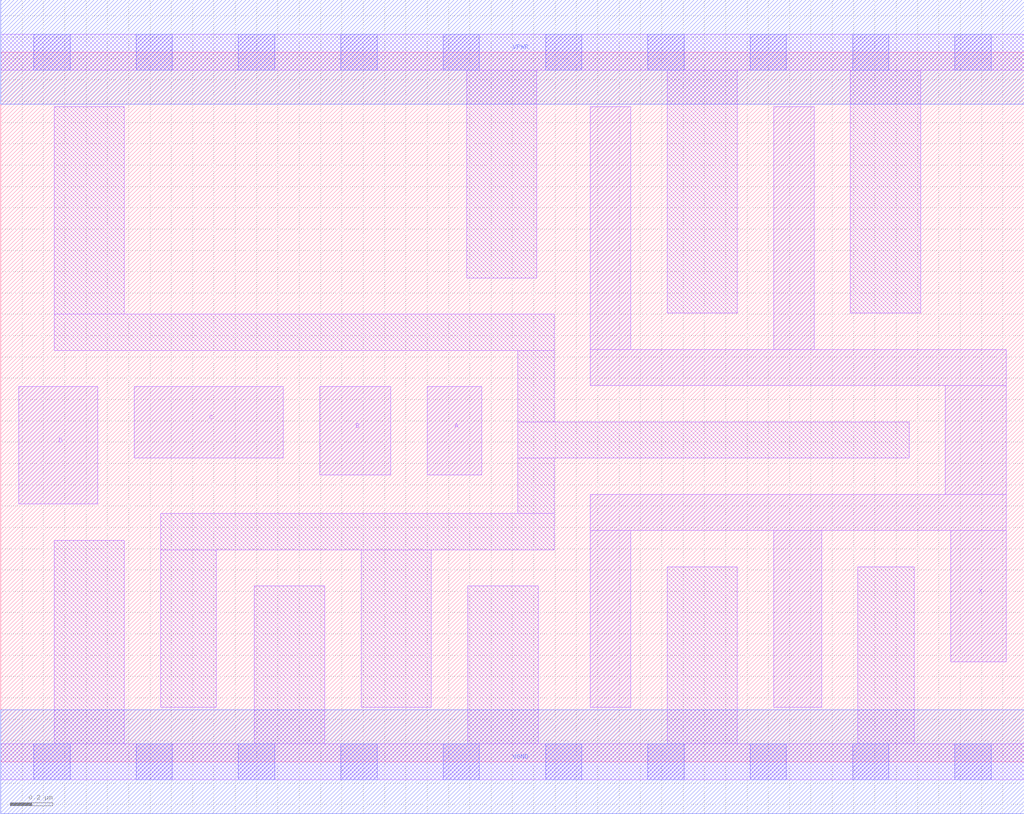
<source format=lef>
# Copyright 2020 The SkyWater PDK Authors
#
# Licensed under the Apache License, Version 2.0 (the "License");
# you may not use this file except in compliance with the License.
# You may obtain a copy of the License at
#
#     https://www.apache.org/licenses/LICENSE-2.0
#
# Unless required by applicable law or agreed to in writing, software
# distributed under the License is distributed on an "AS IS" BASIS,
# WITHOUT WARRANTIES OR CONDITIONS OF ANY KIND, either express or implied.
# See the License for the specific language governing permissions and
# limitations under the License.
#
# SPDX-License-Identifier: Apache-2.0

VERSION 5.7 ;
  NOWIREEXTENSIONATPIN ON ;
  DIVIDERCHAR "/" ;
  BUSBITCHARS "[]" ;
UNITS
  DATABASE MICRONS 200 ;
END UNITS
MACRO sky130_fd_sc_lp__or4_4
  CLASS CORE ;
  FOREIGN sky130_fd_sc_lp__or4_4 ;
  ORIGIN  0.000000  0.000000 ;
  SIZE  4.800000 BY  3.330000 ;
  SYMMETRY X Y R90 ;
  SITE unit ;
  PIN A
    ANTENNAGATEAREA  0.315000 ;
    DIRECTION INPUT ;
    USE SIGNAL ;
    PORT
      LAYER li1 ;
        RECT 2.000000 1.345000 2.255000 1.760000 ;
    END
  END A
  PIN B
    ANTENNAGATEAREA  0.315000 ;
    DIRECTION INPUT ;
    USE SIGNAL ;
    PORT
      LAYER li1 ;
        RECT 1.495000 1.345000 1.830000 1.760000 ;
    END
  END B
  PIN C
    ANTENNAGATEAREA  0.315000 ;
    DIRECTION INPUT ;
    USE SIGNAL ;
    PORT
      LAYER li1 ;
        RECT 0.625000 1.425000 1.325000 1.760000 ;
    END
  END C
  PIN D
    ANTENNAGATEAREA  0.315000 ;
    DIRECTION INPUT ;
    USE SIGNAL ;
    PORT
      LAYER li1 ;
        RECT 0.085000 1.210000 0.455000 1.760000 ;
    END
  END D
  PIN X
    ANTENNADIFFAREA  1.176000 ;
    DIRECTION OUTPUT ;
    USE SIGNAL ;
    PORT
      LAYER li1 ;
        RECT 2.765000 0.255000 2.955000 1.085000 ;
        RECT 2.765000 1.085000 4.715000 1.255000 ;
        RECT 2.765000 1.765000 4.715000 1.935000 ;
        RECT 2.765000 1.935000 2.955000 3.075000 ;
        RECT 3.625000 0.255000 3.850000 1.085000 ;
        RECT 3.625000 1.935000 3.815000 3.075000 ;
        RECT 4.430000 1.255000 4.715000 1.765000 ;
        RECT 4.455000 0.470000 4.715000 1.085000 ;
    END
  END X
  PIN VGND
    DIRECTION INOUT ;
    USE GROUND ;
    PORT
      LAYER met1 ;
        RECT 0.000000 -0.245000 4.800000 0.245000 ;
    END
  END VGND
  PIN VPWR
    DIRECTION INOUT ;
    USE POWER ;
    PORT
      LAYER met1 ;
        RECT 0.000000 3.085000 4.800000 3.575000 ;
    END
  END VPWR
  OBS
    LAYER li1 ;
      RECT 0.000000 -0.085000 4.800000 0.085000 ;
      RECT 0.000000  3.245000 4.800000 3.415000 ;
      RECT 0.250000  0.085000 0.580000 1.040000 ;
      RECT 0.250000  1.930000 2.595000 2.100000 ;
      RECT 0.250000  2.100000 0.580000 3.075000 ;
      RECT 0.750000  0.255000 1.010000 0.995000 ;
      RECT 0.750000  0.995000 2.595000 1.165000 ;
      RECT 1.190000  0.085000 1.520000 0.825000 ;
      RECT 1.690000  0.255000 2.020000 0.995000 ;
      RECT 2.185000  2.270000 2.515000 3.245000 ;
      RECT 2.190000  0.085000 2.520000 0.825000 ;
      RECT 2.425000  1.165000 2.595000 1.425000 ;
      RECT 2.425000  1.425000 4.260000 1.595000 ;
      RECT 2.425000  1.595000 2.595000 1.930000 ;
      RECT 3.125000  0.085000 3.455000 0.915000 ;
      RECT 3.125000  2.105000 3.455000 3.245000 ;
      RECT 3.985000  2.105000 4.315000 3.245000 ;
      RECT 4.020000  0.085000 4.285000 0.915000 ;
    LAYER mcon ;
      RECT 0.155000 -0.085000 0.325000 0.085000 ;
      RECT 0.155000  3.245000 0.325000 3.415000 ;
      RECT 0.635000 -0.085000 0.805000 0.085000 ;
      RECT 0.635000  3.245000 0.805000 3.415000 ;
      RECT 1.115000 -0.085000 1.285000 0.085000 ;
      RECT 1.115000  3.245000 1.285000 3.415000 ;
      RECT 1.595000 -0.085000 1.765000 0.085000 ;
      RECT 1.595000  3.245000 1.765000 3.415000 ;
      RECT 2.075000 -0.085000 2.245000 0.085000 ;
      RECT 2.075000  3.245000 2.245000 3.415000 ;
      RECT 2.555000 -0.085000 2.725000 0.085000 ;
      RECT 2.555000  3.245000 2.725000 3.415000 ;
      RECT 3.035000 -0.085000 3.205000 0.085000 ;
      RECT 3.035000  3.245000 3.205000 3.415000 ;
      RECT 3.515000 -0.085000 3.685000 0.085000 ;
      RECT 3.515000  3.245000 3.685000 3.415000 ;
      RECT 3.995000 -0.085000 4.165000 0.085000 ;
      RECT 3.995000  3.245000 4.165000 3.415000 ;
      RECT 4.475000 -0.085000 4.645000 0.085000 ;
      RECT 4.475000  3.245000 4.645000 3.415000 ;
  END
END sky130_fd_sc_lp__or4_4
END LIBRARY

</source>
